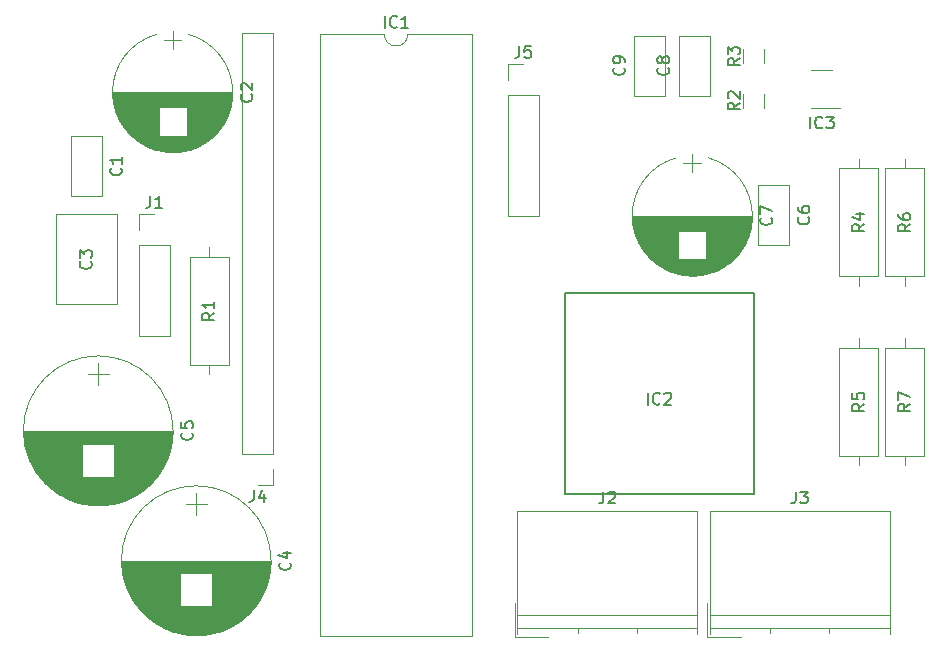
<source format=gto>
G04 #@! TF.FileFunction,Legend,Top*
%FSLAX46Y46*%
G04 Gerber Fmt 4.6, Leading zero omitted, Abs format (unit mm)*
G04 Created by KiCad (PCBNEW 4.0.7) date Wed Oct 25 19:06:34 2017*
%MOMM*%
%LPD*%
G01*
G04 APERTURE LIST*
%ADD10C,0.100000*%
%ADD11C,0.150000*%
%ADD12C,0.120000*%
G04 APERTURE END LIST*
D10*
D11*
X63940000Y-43130000D02*
X63940000Y-60130000D01*
X63940000Y-60130000D02*
X79940000Y-60130000D01*
X79940000Y-60130000D02*
X79940000Y-43130000D01*
X79940000Y-43130000D02*
X63940000Y-43130000D01*
D12*
X24760000Y-29840000D02*
X24760000Y-34960000D01*
X22140000Y-29840000D02*
X22140000Y-34960000D01*
X24760000Y-29840000D02*
X22140000Y-29840000D01*
X24760000Y-34960000D02*
X22140000Y-34960000D01*
X32133264Y-31048437D02*
G75*
G03X32130000Y-21250643I-1383264J4898437D01*
G01*
X29366736Y-31048437D02*
G75*
G02X29370000Y-21250643I1383264J4898437D01*
G01*
X29366736Y-31048437D02*
G75*
G03X32130000Y-31049357I1383264J4898437D01*
G01*
X35800000Y-26150000D02*
X25700000Y-26150000D01*
X35800000Y-26190000D02*
X25700000Y-26190000D01*
X35800000Y-26230000D02*
X25700000Y-26230000D01*
X35799000Y-26270000D02*
X25701000Y-26270000D01*
X35798000Y-26310000D02*
X25702000Y-26310000D01*
X35797000Y-26350000D02*
X25703000Y-26350000D01*
X35795000Y-26390000D02*
X25705000Y-26390000D01*
X35793000Y-26430000D02*
X25707000Y-26430000D01*
X35790000Y-26470000D02*
X25710000Y-26470000D01*
X35788000Y-26510000D02*
X25712000Y-26510000D01*
X35785000Y-26550000D02*
X25715000Y-26550000D01*
X35781000Y-26590000D02*
X25719000Y-26590000D01*
X35778000Y-26630000D02*
X25722000Y-26630000D01*
X35774000Y-26670000D02*
X25726000Y-26670000D01*
X35770000Y-26710000D02*
X25730000Y-26710000D01*
X35765000Y-26750000D02*
X25735000Y-26750000D01*
X35760000Y-26790000D02*
X25740000Y-26790000D01*
X35755000Y-26830000D02*
X25745000Y-26830000D01*
X35749000Y-26871000D02*
X25751000Y-26871000D01*
X35743000Y-26911000D02*
X25757000Y-26911000D01*
X35737000Y-26951000D02*
X25763000Y-26951000D01*
X35731000Y-26991000D02*
X25769000Y-26991000D01*
X35724000Y-27031000D02*
X25776000Y-27031000D01*
X35717000Y-27071000D02*
X25783000Y-27071000D01*
X35709000Y-27111000D02*
X25791000Y-27111000D01*
X35701000Y-27151000D02*
X25799000Y-27151000D01*
X35693000Y-27191000D02*
X25807000Y-27191000D01*
X35685000Y-27231000D02*
X25815000Y-27231000D01*
X35676000Y-27271000D02*
X25824000Y-27271000D01*
X35667000Y-27311000D02*
X25833000Y-27311000D01*
X35657000Y-27351000D02*
X25843000Y-27351000D01*
X35647000Y-27391000D02*
X25853000Y-27391000D01*
X35637000Y-27431000D02*
X25863000Y-27431000D01*
X35626000Y-27471000D02*
X31931000Y-27471000D01*
X29569000Y-27471000D02*
X25874000Y-27471000D01*
X35615000Y-27511000D02*
X31931000Y-27511000D01*
X29569000Y-27511000D02*
X25885000Y-27511000D01*
X35604000Y-27551000D02*
X31931000Y-27551000D01*
X29569000Y-27551000D02*
X25896000Y-27551000D01*
X35593000Y-27591000D02*
X31931000Y-27591000D01*
X29569000Y-27591000D02*
X25907000Y-27591000D01*
X35581000Y-27631000D02*
X31931000Y-27631000D01*
X29569000Y-27631000D02*
X25919000Y-27631000D01*
X35568000Y-27671000D02*
X31931000Y-27671000D01*
X29569000Y-27671000D02*
X25932000Y-27671000D01*
X35556000Y-27711000D02*
X31931000Y-27711000D01*
X29569000Y-27711000D02*
X25944000Y-27711000D01*
X35542000Y-27751000D02*
X31931000Y-27751000D01*
X29569000Y-27751000D02*
X25958000Y-27751000D01*
X35529000Y-27791000D02*
X31931000Y-27791000D01*
X29569000Y-27791000D02*
X25971000Y-27791000D01*
X35515000Y-27831000D02*
X31931000Y-27831000D01*
X29569000Y-27831000D02*
X25985000Y-27831000D01*
X35501000Y-27871000D02*
X31931000Y-27871000D01*
X29569000Y-27871000D02*
X25999000Y-27871000D01*
X35487000Y-27911000D02*
X31931000Y-27911000D01*
X29569000Y-27911000D02*
X26013000Y-27911000D01*
X35472000Y-27951000D02*
X31931000Y-27951000D01*
X29569000Y-27951000D02*
X26028000Y-27951000D01*
X35456000Y-27991000D02*
X31931000Y-27991000D01*
X29569000Y-27991000D02*
X26044000Y-27991000D01*
X35441000Y-28031000D02*
X31931000Y-28031000D01*
X29569000Y-28031000D02*
X26059000Y-28031000D01*
X35424000Y-28071000D02*
X31931000Y-28071000D01*
X29569000Y-28071000D02*
X26076000Y-28071000D01*
X35408000Y-28111000D02*
X31931000Y-28111000D01*
X29569000Y-28111000D02*
X26092000Y-28111000D01*
X35391000Y-28151000D02*
X31931000Y-28151000D01*
X29569000Y-28151000D02*
X26109000Y-28151000D01*
X35374000Y-28191000D02*
X31931000Y-28191000D01*
X29569000Y-28191000D02*
X26126000Y-28191000D01*
X35356000Y-28231000D02*
X31931000Y-28231000D01*
X29569000Y-28231000D02*
X26144000Y-28231000D01*
X35338000Y-28271000D02*
X31931000Y-28271000D01*
X29569000Y-28271000D02*
X26162000Y-28271000D01*
X35319000Y-28311000D02*
X31931000Y-28311000D01*
X29569000Y-28311000D02*
X26181000Y-28311000D01*
X35300000Y-28351000D02*
X31931000Y-28351000D01*
X29569000Y-28351000D02*
X26200000Y-28351000D01*
X35281000Y-28391000D02*
X31931000Y-28391000D01*
X29569000Y-28391000D02*
X26219000Y-28391000D01*
X35261000Y-28431000D02*
X31931000Y-28431000D01*
X29569000Y-28431000D02*
X26239000Y-28431000D01*
X35241000Y-28471000D02*
X31931000Y-28471000D01*
X29569000Y-28471000D02*
X26259000Y-28471000D01*
X35220000Y-28511000D02*
X31931000Y-28511000D01*
X29569000Y-28511000D02*
X26280000Y-28511000D01*
X35199000Y-28551000D02*
X31931000Y-28551000D01*
X29569000Y-28551000D02*
X26301000Y-28551000D01*
X35178000Y-28591000D02*
X31931000Y-28591000D01*
X29569000Y-28591000D02*
X26322000Y-28591000D01*
X35155000Y-28631000D02*
X31931000Y-28631000D01*
X29569000Y-28631000D02*
X26345000Y-28631000D01*
X35133000Y-28671000D02*
X31931000Y-28671000D01*
X29569000Y-28671000D02*
X26367000Y-28671000D01*
X35110000Y-28711000D02*
X31931000Y-28711000D01*
X29569000Y-28711000D02*
X26390000Y-28711000D01*
X35086000Y-28751000D02*
X31931000Y-28751000D01*
X29569000Y-28751000D02*
X26414000Y-28751000D01*
X35062000Y-28791000D02*
X31931000Y-28791000D01*
X29569000Y-28791000D02*
X26438000Y-28791000D01*
X35038000Y-28831000D02*
X31931000Y-28831000D01*
X29569000Y-28831000D02*
X26462000Y-28831000D01*
X35013000Y-28871000D02*
X31931000Y-28871000D01*
X29569000Y-28871000D02*
X26487000Y-28871000D01*
X34987000Y-28911000D02*
X31931000Y-28911000D01*
X29569000Y-28911000D02*
X26513000Y-28911000D01*
X34961000Y-28951000D02*
X31931000Y-28951000D01*
X29569000Y-28951000D02*
X26539000Y-28951000D01*
X34935000Y-28991000D02*
X31931000Y-28991000D01*
X29569000Y-28991000D02*
X26565000Y-28991000D01*
X34907000Y-29031000D02*
X31931000Y-29031000D01*
X29569000Y-29031000D02*
X26593000Y-29031000D01*
X34880000Y-29071000D02*
X31931000Y-29071000D01*
X29569000Y-29071000D02*
X26620000Y-29071000D01*
X34851000Y-29111000D02*
X31931000Y-29111000D01*
X29569000Y-29111000D02*
X26649000Y-29111000D01*
X34822000Y-29151000D02*
X31931000Y-29151000D01*
X29569000Y-29151000D02*
X26678000Y-29151000D01*
X34793000Y-29191000D02*
X31931000Y-29191000D01*
X29569000Y-29191000D02*
X26707000Y-29191000D01*
X34763000Y-29231000D02*
X31931000Y-29231000D01*
X29569000Y-29231000D02*
X26737000Y-29231000D01*
X34732000Y-29271000D02*
X31931000Y-29271000D01*
X29569000Y-29271000D02*
X26768000Y-29271000D01*
X34701000Y-29311000D02*
X31931000Y-29311000D01*
X29569000Y-29311000D02*
X26799000Y-29311000D01*
X34669000Y-29351000D02*
X31931000Y-29351000D01*
X29569000Y-29351000D02*
X26831000Y-29351000D01*
X34636000Y-29391000D02*
X31931000Y-29391000D01*
X29569000Y-29391000D02*
X26864000Y-29391000D01*
X34603000Y-29431000D02*
X31931000Y-29431000D01*
X29569000Y-29431000D02*
X26897000Y-29431000D01*
X34569000Y-29471000D02*
X31931000Y-29471000D01*
X29569000Y-29471000D02*
X26931000Y-29471000D01*
X34534000Y-29511000D02*
X31931000Y-29511000D01*
X29569000Y-29511000D02*
X26966000Y-29511000D01*
X34498000Y-29551000D02*
X31931000Y-29551000D01*
X29569000Y-29551000D02*
X27002000Y-29551000D01*
X34462000Y-29591000D02*
X31931000Y-29591000D01*
X29569000Y-29591000D02*
X27038000Y-29591000D01*
X34425000Y-29631000D02*
X31931000Y-29631000D01*
X29569000Y-29631000D02*
X27075000Y-29631000D01*
X34387000Y-29671000D02*
X31931000Y-29671000D01*
X29569000Y-29671000D02*
X27113000Y-29671000D01*
X34348000Y-29711000D02*
X31931000Y-29711000D01*
X29569000Y-29711000D02*
X27152000Y-29711000D01*
X34309000Y-29751000D02*
X31931000Y-29751000D01*
X29569000Y-29751000D02*
X27191000Y-29751000D01*
X34268000Y-29791000D02*
X31931000Y-29791000D01*
X29569000Y-29791000D02*
X27232000Y-29791000D01*
X34227000Y-29831000D02*
X27273000Y-29831000D01*
X34185000Y-29871000D02*
X27315000Y-29871000D01*
X34141000Y-29911000D02*
X27359000Y-29911000D01*
X34097000Y-29951000D02*
X27403000Y-29951000D01*
X34052000Y-29991000D02*
X27448000Y-29991000D01*
X34005000Y-30031000D02*
X27495000Y-30031000D01*
X33957000Y-30071000D02*
X27543000Y-30071000D01*
X33908000Y-30111000D02*
X27592000Y-30111000D01*
X33858000Y-30151000D02*
X27642000Y-30151000D01*
X33807000Y-30191000D02*
X27693000Y-30191000D01*
X33754000Y-30231000D02*
X27746000Y-30231000D01*
X33699000Y-30271000D02*
X27801000Y-30271000D01*
X33644000Y-30311000D02*
X27856000Y-30311000D01*
X33586000Y-30351000D02*
X27914000Y-30351000D01*
X33527000Y-30391000D02*
X27973000Y-30391000D01*
X33465000Y-30431000D02*
X28035000Y-30431000D01*
X33402000Y-30471000D02*
X28098000Y-30471000D01*
X33337000Y-30511000D02*
X28163000Y-30511000D01*
X33269000Y-30551000D02*
X28231000Y-30551000D01*
X33199000Y-30591000D02*
X28301000Y-30591000D01*
X33127000Y-30631000D02*
X28373000Y-30631000D01*
X33051000Y-30671000D02*
X28449000Y-30671000D01*
X32972000Y-30711000D02*
X28528000Y-30711000D01*
X32890000Y-30751000D02*
X28610000Y-30751000D01*
X32803000Y-30791000D02*
X28697000Y-30791000D01*
X32712000Y-30831000D02*
X28788000Y-30831000D01*
X32616000Y-30871000D02*
X28884000Y-30871000D01*
X32513000Y-30911000D02*
X28987000Y-30911000D01*
X32404000Y-30951000D02*
X29096000Y-30951000D01*
X32286000Y-30991000D02*
X29214000Y-30991000D01*
X32157000Y-31031000D02*
X29343000Y-31031000D01*
X32015000Y-31071000D02*
X29485000Y-31071000D01*
X31854000Y-31111000D02*
X29646000Y-31111000D01*
X31663000Y-31151000D02*
X29837000Y-31151000D01*
X31422000Y-31191000D02*
X30078000Y-31191000D01*
X31029000Y-31231000D02*
X30471000Y-31231000D01*
X30750000Y-20950000D02*
X30750000Y-22450000D01*
X31500000Y-21700000D02*
X30000000Y-21700000D01*
X26010000Y-36490000D02*
X26010000Y-44110000D01*
X20890000Y-36490000D02*
X20890000Y-44110000D01*
X26010000Y-36490000D02*
X20890000Y-36490000D01*
X26010000Y-44110000D02*
X20890000Y-44110000D01*
X39090000Y-65800000D02*
G75*
G03X39090000Y-65800000I-6340000J0D01*
G01*
X39050000Y-65800000D02*
X26450000Y-65800000D01*
X39050000Y-65840000D02*
X26450000Y-65840000D01*
X39050000Y-65880000D02*
X26450000Y-65880000D01*
X39049000Y-65920000D02*
X26451000Y-65920000D01*
X39048000Y-65960000D02*
X26452000Y-65960000D01*
X39047000Y-66000000D02*
X26453000Y-66000000D01*
X39046000Y-66040000D02*
X26454000Y-66040000D01*
X39044000Y-66080000D02*
X26456000Y-66080000D01*
X39042000Y-66120000D02*
X26458000Y-66120000D01*
X39040000Y-66160000D02*
X26460000Y-66160000D01*
X39038000Y-66200000D02*
X26462000Y-66200000D01*
X39035000Y-66240000D02*
X26465000Y-66240000D01*
X39032000Y-66280000D02*
X26468000Y-66280000D01*
X39029000Y-66320000D02*
X26471000Y-66320000D01*
X39026000Y-66360000D02*
X26474000Y-66360000D01*
X39022000Y-66400000D02*
X26478000Y-66400000D01*
X39018000Y-66440000D02*
X26482000Y-66440000D01*
X39014000Y-66480000D02*
X26486000Y-66480000D01*
X39009000Y-66521000D02*
X26491000Y-66521000D01*
X39005000Y-66561000D02*
X26495000Y-66561000D01*
X39000000Y-66601000D02*
X26500000Y-66601000D01*
X38995000Y-66641000D02*
X26505000Y-66641000D01*
X38989000Y-66681000D02*
X26511000Y-66681000D01*
X38983000Y-66721000D02*
X26517000Y-66721000D01*
X38977000Y-66761000D02*
X26523000Y-66761000D01*
X38971000Y-66801000D02*
X26529000Y-66801000D01*
X38965000Y-66841000D02*
X26535000Y-66841000D01*
X38958000Y-66881000D02*
X26542000Y-66881000D01*
X38951000Y-66921000D02*
X34130000Y-66921000D01*
X31370000Y-66921000D02*
X26549000Y-66921000D01*
X38943000Y-66961000D02*
X34130000Y-66961000D01*
X31370000Y-66961000D02*
X26557000Y-66961000D01*
X38936000Y-67001000D02*
X34130000Y-67001000D01*
X31370000Y-67001000D02*
X26564000Y-67001000D01*
X38928000Y-67041000D02*
X34130000Y-67041000D01*
X31370000Y-67041000D02*
X26572000Y-67041000D01*
X38920000Y-67081000D02*
X34130000Y-67081000D01*
X31370000Y-67081000D02*
X26580000Y-67081000D01*
X38912000Y-67121000D02*
X34130000Y-67121000D01*
X31370000Y-67121000D02*
X26588000Y-67121000D01*
X38903000Y-67161000D02*
X34130000Y-67161000D01*
X31370000Y-67161000D02*
X26597000Y-67161000D01*
X38894000Y-67201000D02*
X34130000Y-67201000D01*
X31370000Y-67201000D02*
X26606000Y-67201000D01*
X38885000Y-67241000D02*
X34130000Y-67241000D01*
X31370000Y-67241000D02*
X26615000Y-67241000D01*
X38875000Y-67281000D02*
X34130000Y-67281000D01*
X31370000Y-67281000D02*
X26625000Y-67281000D01*
X38866000Y-67321000D02*
X34130000Y-67321000D01*
X31370000Y-67321000D02*
X26634000Y-67321000D01*
X38856000Y-67361000D02*
X34130000Y-67361000D01*
X31370000Y-67361000D02*
X26644000Y-67361000D01*
X38845000Y-67401000D02*
X34130000Y-67401000D01*
X31370000Y-67401000D02*
X26655000Y-67401000D01*
X38835000Y-67441000D02*
X34130000Y-67441000D01*
X31370000Y-67441000D02*
X26665000Y-67441000D01*
X38824000Y-67481000D02*
X34130000Y-67481000D01*
X31370000Y-67481000D02*
X26676000Y-67481000D01*
X38813000Y-67521000D02*
X34130000Y-67521000D01*
X31370000Y-67521000D02*
X26687000Y-67521000D01*
X38801000Y-67561000D02*
X34130000Y-67561000D01*
X31370000Y-67561000D02*
X26699000Y-67561000D01*
X38790000Y-67601000D02*
X34130000Y-67601000D01*
X31370000Y-67601000D02*
X26710000Y-67601000D01*
X38778000Y-67641000D02*
X34130000Y-67641000D01*
X31370000Y-67641000D02*
X26722000Y-67641000D01*
X38765000Y-67681000D02*
X34130000Y-67681000D01*
X31370000Y-67681000D02*
X26735000Y-67681000D01*
X38753000Y-67721000D02*
X34130000Y-67721000D01*
X31370000Y-67721000D02*
X26747000Y-67721000D01*
X38740000Y-67761000D02*
X34130000Y-67761000D01*
X31370000Y-67761000D02*
X26760000Y-67761000D01*
X38727000Y-67801000D02*
X34130000Y-67801000D01*
X31370000Y-67801000D02*
X26773000Y-67801000D01*
X38713000Y-67841000D02*
X34130000Y-67841000D01*
X31370000Y-67841000D02*
X26787000Y-67841000D01*
X38700000Y-67881000D02*
X34130000Y-67881000D01*
X31370000Y-67881000D02*
X26800000Y-67881000D01*
X38686000Y-67921000D02*
X34130000Y-67921000D01*
X31370000Y-67921000D02*
X26814000Y-67921000D01*
X38671000Y-67961000D02*
X34130000Y-67961000D01*
X31370000Y-67961000D02*
X26829000Y-67961000D01*
X38657000Y-68001000D02*
X34130000Y-68001000D01*
X31370000Y-68001000D02*
X26843000Y-68001000D01*
X38642000Y-68041000D02*
X34130000Y-68041000D01*
X31370000Y-68041000D02*
X26858000Y-68041000D01*
X38626000Y-68081000D02*
X34130000Y-68081000D01*
X31370000Y-68081000D02*
X26874000Y-68081000D01*
X38611000Y-68121000D02*
X34130000Y-68121000D01*
X31370000Y-68121000D02*
X26889000Y-68121000D01*
X38595000Y-68161000D02*
X34130000Y-68161000D01*
X31370000Y-68161000D02*
X26905000Y-68161000D01*
X38579000Y-68201000D02*
X34130000Y-68201000D01*
X31370000Y-68201000D02*
X26921000Y-68201000D01*
X38562000Y-68241000D02*
X34130000Y-68241000D01*
X31370000Y-68241000D02*
X26938000Y-68241000D01*
X38545000Y-68281000D02*
X34130000Y-68281000D01*
X31370000Y-68281000D02*
X26955000Y-68281000D01*
X38528000Y-68321000D02*
X34130000Y-68321000D01*
X31370000Y-68321000D02*
X26972000Y-68321000D01*
X38511000Y-68361000D02*
X34130000Y-68361000D01*
X31370000Y-68361000D02*
X26989000Y-68361000D01*
X38493000Y-68401000D02*
X34130000Y-68401000D01*
X31370000Y-68401000D02*
X27007000Y-68401000D01*
X38475000Y-68441000D02*
X34130000Y-68441000D01*
X31370000Y-68441000D02*
X27025000Y-68441000D01*
X38456000Y-68481000D02*
X34130000Y-68481000D01*
X31370000Y-68481000D02*
X27044000Y-68481000D01*
X38437000Y-68521000D02*
X34130000Y-68521000D01*
X31370000Y-68521000D02*
X27063000Y-68521000D01*
X38418000Y-68561000D02*
X34130000Y-68561000D01*
X31370000Y-68561000D02*
X27082000Y-68561000D01*
X38399000Y-68601000D02*
X34130000Y-68601000D01*
X31370000Y-68601000D02*
X27101000Y-68601000D01*
X38379000Y-68641000D02*
X34130000Y-68641000D01*
X31370000Y-68641000D02*
X27121000Y-68641000D01*
X38359000Y-68681000D02*
X34130000Y-68681000D01*
X31370000Y-68681000D02*
X27141000Y-68681000D01*
X38338000Y-68721000D02*
X34130000Y-68721000D01*
X31370000Y-68721000D02*
X27162000Y-68721000D01*
X38317000Y-68761000D02*
X34130000Y-68761000D01*
X31370000Y-68761000D02*
X27183000Y-68761000D01*
X38296000Y-68801000D02*
X34130000Y-68801000D01*
X31370000Y-68801000D02*
X27204000Y-68801000D01*
X38274000Y-68841000D02*
X34130000Y-68841000D01*
X31370000Y-68841000D02*
X27226000Y-68841000D01*
X38252000Y-68881000D02*
X34130000Y-68881000D01*
X31370000Y-68881000D02*
X27248000Y-68881000D01*
X38230000Y-68921000D02*
X34130000Y-68921000D01*
X31370000Y-68921000D02*
X27270000Y-68921000D01*
X38207000Y-68961000D02*
X34130000Y-68961000D01*
X31370000Y-68961000D02*
X27293000Y-68961000D01*
X38184000Y-69001000D02*
X34130000Y-69001000D01*
X31370000Y-69001000D02*
X27316000Y-69001000D01*
X38160000Y-69041000D02*
X34130000Y-69041000D01*
X31370000Y-69041000D02*
X27340000Y-69041000D01*
X38136000Y-69081000D02*
X34130000Y-69081000D01*
X31370000Y-69081000D02*
X27364000Y-69081000D01*
X38112000Y-69121000D02*
X34130000Y-69121000D01*
X31370000Y-69121000D02*
X27388000Y-69121000D01*
X38087000Y-69161000D02*
X34130000Y-69161000D01*
X31370000Y-69161000D02*
X27413000Y-69161000D01*
X38062000Y-69201000D02*
X34130000Y-69201000D01*
X31370000Y-69201000D02*
X27438000Y-69201000D01*
X38036000Y-69241000D02*
X34130000Y-69241000D01*
X31370000Y-69241000D02*
X27464000Y-69241000D01*
X38010000Y-69281000D02*
X34130000Y-69281000D01*
X31370000Y-69281000D02*
X27490000Y-69281000D01*
X37984000Y-69321000D02*
X34130000Y-69321000D01*
X31370000Y-69321000D02*
X27516000Y-69321000D01*
X37957000Y-69361000D02*
X34130000Y-69361000D01*
X31370000Y-69361000D02*
X27543000Y-69361000D01*
X37929000Y-69401000D02*
X34130000Y-69401000D01*
X31370000Y-69401000D02*
X27571000Y-69401000D01*
X37901000Y-69441000D02*
X34130000Y-69441000D01*
X31370000Y-69441000D02*
X27599000Y-69441000D01*
X37873000Y-69481000D02*
X34130000Y-69481000D01*
X31370000Y-69481000D02*
X27627000Y-69481000D01*
X37844000Y-69521000D02*
X34130000Y-69521000D01*
X31370000Y-69521000D02*
X27656000Y-69521000D01*
X37815000Y-69561000D02*
X34130000Y-69561000D01*
X31370000Y-69561000D02*
X27685000Y-69561000D01*
X37785000Y-69601000D02*
X34130000Y-69601000D01*
X31370000Y-69601000D02*
X27715000Y-69601000D01*
X37755000Y-69641000D02*
X34130000Y-69641000D01*
X31370000Y-69641000D02*
X27745000Y-69641000D01*
X37725000Y-69681000D02*
X27775000Y-69681000D01*
X37693000Y-69721000D02*
X27807000Y-69721000D01*
X37662000Y-69761000D02*
X27838000Y-69761000D01*
X37629000Y-69801000D02*
X27871000Y-69801000D01*
X37597000Y-69841000D02*
X27903000Y-69841000D01*
X37563000Y-69881000D02*
X27937000Y-69881000D01*
X37529000Y-69921000D02*
X27971000Y-69921000D01*
X37495000Y-69961000D02*
X28005000Y-69961000D01*
X37460000Y-70001000D02*
X28040000Y-70001000D01*
X37424000Y-70041000D02*
X28076000Y-70041000D01*
X37388000Y-70081000D02*
X28112000Y-70081000D01*
X37351000Y-70121000D02*
X28149000Y-70121000D01*
X37313000Y-70161000D02*
X28187000Y-70161000D01*
X37275000Y-70201000D02*
X28225000Y-70201000D01*
X37236000Y-70241000D02*
X28264000Y-70241000D01*
X37197000Y-70281000D02*
X28303000Y-70281000D01*
X37156000Y-70321000D02*
X28344000Y-70321000D01*
X37115000Y-70361000D02*
X28385000Y-70361000D01*
X37073000Y-70401000D02*
X28427000Y-70401000D01*
X37031000Y-70441000D02*
X28469000Y-70441000D01*
X36988000Y-70481000D02*
X28512000Y-70481000D01*
X36943000Y-70521000D02*
X28557000Y-70521000D01*
X36898000Y-70561000D02*
X28602000Y-70561000D01*
X36852000Y-70601000D02*
X28648000Y-70601000D01*
X36806000Y-70641000D02*
X28694000Y-70641000D01*
X36758000Y-70681000D02*
X28742000Y-70681000D01*
X36709000Y-70721000D02*
X28791000Y-70721000D01*
X36659000Y-70761000D02*
X28841000Y-70761000D01*
X36609000Y-70801000D02*
X28891000Y-70801000D01*
X36557000Y-70841000D02*
X28943000Y-70841000D01*
X36504000Y-70881000D02*
X28996000Y-70881000D01*
X36450000Y-70921000D02*
X29050000Y-70921000D01*
X36394000Y-70961000D02*
X29106000Y-70961000D01*
X36338000Y-71001000D02*
X29162000Y-71001000D01*
X36280000Y-71041000D02*
X29220000Y-71041000D01*
X36220000Y-71081000D02*
X29280000Y-71081000D01*
X36159000Y-71121000D02*
X29341000Y-71121000D01*
X36097000Y-71161000D02*
X29403000Y-71161000D01*
X36032000Y-71201000D02*
X29468000Y-71201000D01*
X35967000Y-71241000D02*
X29533000Y-71241000D01*
X35899000Y-71281000D02*
X29601000Y-71281000D01*
X35829000Y-71321000D02*
X29671000Y-71321000D01*
X35757000Y-71361000D02*
X29743000Y-71361000D01*
X35683000Y-71401000D02*
X29817000Y-71401000D01*
X35606000Y-71441000D02*
X29894000Y-71441000D01*
X35527000Y-71481000D02*
X29973000Y-71481000D01*
X35445000Y-71521000D02*
X30055000Y-71521000D01*
X35360000Y-71561000D02*
X30140000Y-71561000D01*
X35271000Y-71601000D02*
X30229000Y-71601000D01*
X35178000Y-71641000D02*
X30322000Y-71641000D01*
X35081000Y-71681000D02*
X30419000Y-71681000D01*
X34980000Y-71721000D02*
X30520000Y-71721000D01*
X34872000Y-71761000D02*
X30628000Y-71761000D01*
X34759000Y-71801000D02*
X30741000Y-71801000D01*
X34638000Y-71841000D02*
X30862000Y-71841000D01*
X34507000Y-71881000D02*
X30993000Y-71881000D01*
X34366000Y-71921000D02*
X31134000Y-71921000D01*
X34210000Y-71961000D02*
X31290000Y-71961000D01*
X34035000Y-72001000D02*
X31465000Y-72001000D01*
X33832000Y-72041000D02*
X31668000Y-72041000D01*
X33581000Y-72081000D02*
X31919000Y-72081000D01*
X33214000Y-72121000D02*
X32286000Y-72121000D01*
X32750000Y-60100000D02*
X32750000Y-61900000D01*
X33650000Y-61000000D02*
X31850000Y-61000000D01*
X30790000Y-54800000D02*
G75*
G03X30790000Y-54800000I-6340000J0D01*
G01*
X30750000Y-54800000D02*
X18150000Y-54800000D01*
X30750000Y-54840000D02*
X18150000Y-54840000D01*
X30750000Y-54880000D02*
X18150000Y-54880000D01*
X30749000Y-54920000D02*
X18151000Y-54920000D01*
X30748000Y-54960000D02*
X18152000Y-54960000D01*
X30747000Y-55000000D02*
X18153000Y-55000000D01*
X30746000Y-55040000D02*
X18154000Y-55040000D01*
X30744000Y-55080000D02*
X18156000Y-55080000D01*
X30742000Y-55120000D02*
X18158000Y-55120000D01*
X30740000Y-55160000D02*
X18160000Y-55160000D01*
X30738000Y-55200000D02*
X18162000Y-55200000D01*
X30735000Y-55240000D02*
X18165000Y-55240000D01*
X30732000Y-55280000D02*
X18168000Y-55280000D01*
X30729000Y-55320000D02*
X18171000Y-55320000D01*
X30726000Y-55360000D02*
X18174000Y-55360000D01*
X30722000Y-55400000D02*
X18178000Y-55400000D01*
X30718000Y-55440000D02*
X18182000Y-55440000D01*
X30714000Y-55480000D02*
X18186000Y-55480000D01*
X30709000Y-55521000D02*
X18191000Y-55521000D01*
X30705000Y-55561000D02*
X18195000Y-55561000D01*
X30700000Y-55601000D02*
X18200000Y-55601000D01*
X30695000Y-55641000D02*
X18205000Y-55641000D01*
X30689000Y-55681000D02*
X18211000Y-55681000D01*
X30683000Y-55721000D02*
X18217000Y-55721000D01*
X30677000Y-55761000D02*
X18223000Y-55761000D01*
X30671000Y-55801000D02*
X18229000Y-55801000D01*
X30665000Y-55841000D02*
X18235000Y-55841000D01*
X30658000Y-55881000D02*
X18242000Y-55881000D01*
X30651000Y-55921000D02*
X25830000Y-55921000D01*
X23070000Y-55921000D02*
X18249000Y-55921000D01*
X30643000Y-55961000D02*
X25830000Y-55961000D01*
X23070000Y-55961000D02*
X18257000Y-55961000D01*
X30636000Y-56001000D02*
X25830000Y-56001000D01*
X23070000Y-56001000D02*
X18264000Y-56001000D01*
X30628000Y-56041000D02*
X25830000Y-56041000D01*
X23070000Y-56041000D02*
X18272000Y-56041000D01*
X30620000Y-56081000D02*
X25830000Y-56081000D01*
X23070000Y-56081000D02*
X18280000Y-56081000D01*
X30612000Y-56121000D02*
X25830000Y-56121000D01*
X23070000Y-56121000D02*
X18288000Y-56121000D01*
X30603000Y-56161000D02*
X25830000Y-56161000D01*
X23070000Y-56161000D02*
X18297000Y-56161000D01*
X30594000Y-56201000D02*
X25830000Y-56201000D01*
X23070000Y-56201000D02*
X18306000Y-56201000D01*
X30585000Y-56241000D02*
X25830000Y-56241000D01*
X23070000Y-56241000D02*
X18315000Y-56241000D01*
X30575000Y-56281000D02*
X25830000Y-56281000D01*
X23070000Y-56281000D02*
X18325000Y-56281000D01*
X30566000Y-56321000D02*
X25830000Y-56321000D01*
X23070000Y-56321000D02*
X18334000Y-56321000D01*
X30556000Y-56361000D02*
X25830000Y-56361000D01*
X23070000Y-56361000D02*
X18344000Y-56361000D01*
X30545000Y-56401000D02*
X25830000Y-56401000D01*
X23070000Y-56401000D02*
X18355000Y-56401000D01*
X30535000Y-56441000D02*
X25830000Y-56441000D01*
X23070000Y-56441000D02*
X18365000Y-56441000D01*
X30524000Y-56481000D02*
X25830000Y-56481000D01*
X23070000Y-56481000D02*
X18376000Y-56481000D01*
X30513000Y-56521000D02*
X25830000Y-56521000D01*
X23070000Y-56521000D02*
X18387000Y-56521000D01*
X30501000Y-56561000D02*
X25830000Y-56561000D01*
X23070000Y-56561000D02*
X18399000Y-56561000D01*
X30490000Y-56601000D02*
X25830000Y-56601000D01*
X23070000Y-56601000D02*
X18410000Y-56601000D01*
X30478000Y-56641000D02*
X25830000Y-56641000D01*
X23070000Y-56641000D02*
X18422000Y-56641000D01*
X30465000Y-56681000D02*
X25830000Y-56681000D01*
X23070000Y-56681000D02*
X18435000Y-56681000D01*
X30453000Y-56721000D02*
X25830000Y-56721000D01*
X23070000Y-56721000D02*
X18447000Y-56721000D01*
X30440000Y-56761000D02*
X25830000Y-56761000D01*
X23070000Y-56761000D02*
X18460000Y-56761000D01*
X30427000Y-56801000D02*
X25830000Y-56801000D01*
X23070000Y-56801000D02*
X18473000Y-56801000D01*
X30413000Y-56841000D02*
X25830000Y-56841000D01*
X23070000Y-56841000D02*
X18487000Y-56841000D01*
X30400000Y-56881000D02*
X25830000Y-56881000D01*
X23070000Y-56881000D02*
X18500000Y-56881000D01*
X30386000Y-56921000D02*
X25830000Y-56921000D01*
X23070000Y-56921000D02*
X18514000Y-56921000D01*
X30371000Y-56961000D02*
X25830000Y-56961000D01*
X23070000Y-56961000D02*
X18529000Y-56961000D01*
X30357000Y-57001000D02*
X25830000Y-57001000D01*
X23070000Y-57001000D02*
X18543000Y-57001000D01*
X30342000Y-57041000D02*
X25830000Y-57041000D01*
X23070000Y-57041000D02*
X18558000Y-57041000D01*
X30326000Y-57081000D02*
X25830000Y-57081000D01*
X23070000Y-57081000D02*
X18574000Y-57081000D01*
X30311000Y-57121000D02*
X25830000Y-57121000D01*
X23070000Y-57121000D02*
X18589000Y-57121000D01*
X30295000Y-57161000D02*
X25830000Y-57161000D01*
X23070000Y-57161000D02*
X18605000Y-57161000D01*
X30279000Y-57201000D02*
X25830000Y-57201000D01*
X23070000Y-57201000D02*
X18621000Y-57201000D01*
X30262000Y-57241000D02*
X25830000Y-57241000D01*
X23070000Y-57241000D02*
X18638000Y-57241000D01*
X30245000Y-57281000D02*
X25830000Y-57281000D01*
X23070000Y-57281000D02*
X18655000Y-57281000D01*
X30228000Y-57321000D02*
X25830000Y-57321000D01*
X23070000Y-57321000D02*
X18672000Y-57321000D01*
X30211000Y-57361000D02*
X25830000Y-57361000D01*
X23070000Y-57361000D02*
X18689000Y-57361000D01*
X30193000Y-57401000D02*
X25830000Y-57401000D01*
X23070000Y-57401000D02*
X18707000Y-57401000D01*
X30175000Y-57441000D02*
X25830000Y-57441000D01*
X23070000Y-57441000D02*
X18725000Y-57441000D01*
X30156000Y-57481000D02*
X25830000Y-57481000D01*
X23070000Y-57481000D02*
X18744000Y-57481000D01*
X30137000Y-57521000D02*
X25830000Y-57521000D01*
X23070000Y-57521000D02*
X18763000Y-57521000D01*
X30118000Y-57561000D02*
X25830000Y-57561000D01*
X23070000Y-57561000D02*
X18782000Y-57561000D01*
X30099000Y-57601000D02*
X25830000Y-57601000D01*
X23070000Y-57601000D02*
X18801000Y-57601000D01*
X30079000Y-57641000D02*
X25830000Y-57641000D01*
X23070000Y-57641000D02*
X18821000Y-57641000D01*
X30059000Y-57681000D02*
X25830000Y-57681000D01*
X23070000Y-57681000D02*
X18841000Y-57681000D01*
X30038000Y-57721000D02*
X25830000Y-57721000D01*
X23070000Y-57721000D02*
X18862000Y-57721000D01*
X30017000Y-57761000D02*
X25830000Y-57761000D01*
X23070000Y-57761000D02*
X18883000Y-57761000D01*
X29996000Y-57801000D02*
X25830000Y-57801000D01*
X23070000Y-57801000D02*
X18904000Y-57801000D01*
X29974000Y-57841000D02*
X25830000Y-57841000D01*
X23070000Y-57841000D02*
X18926000Y-57841000D01*
X29952000Y-57881000D02*
X25830000Y-57881000D01*
X23070000Y-57881000D02*
X18948000Y-57881000D01*
X29930000Y-57921000D02*
X25830000Y-57921000D01*
X23070000Y-57921000D02*
X18970000Y-57921000D01*
X29907000Y-57961000D02*
X25830000Y-57961000D01*
X23070000Y-57961000D02*
X18993000Y-57961000D01*
X29884000Y-58001000D02*
X25830000Y-58001000D01*
X23070000Y-58001000D02*
X19016000Y-58001000D01*
X29860000Y-58041000D02*
X25830000Y-58041000D01*
X23070000Y-58041000D02*
X19040000Y-58041000D01*
X29836000Y-58081000D02*
X25830000Y-58081000D01*
X23070000Y-58081000D02*
X19064000Y-58081000D01*
X29812000Y-58121000D02*
X25830000Y-58121000D01*
X23070000Y-58121000D02*
X19088000Y-58121000D01*
X29787000Y-58161000D02*
X25830000Y-58161000D01*
X23070000Y-58161000D02*
X19113000Y-58161000D01*
X29762000Y-58201000D02*
X25830000Y-58201000D01*
X23070000Y-58201000D02*
X19138000Y-58201000D01*
X29736000Y-58241000D02*
X25830000Y-58241000D01*
X23070000Y-58241000D02*
X19164000Y-58241000D01*
X29710000Y-58281000D02*
X25830000Y-58281000D01*
X23070000Y-58281000D02*
X19190000Y-58281000D01*
X29684000Y-58321000D02*
X25830000Y-58321000D01*
X23070000Y-58321000D02*
X19216000Y-58321000D01*
X29657000Y-58361000D02*
X25830000Y-58361000D01*
X23070000Y-58361000D02*
X19243000Y-58361000D01*
X29629000Y-58401000D02*
X25830000Y-58401000D01*
X23070000Y-58401000D02*
X19271000Y-58401000D01*
X29601000Y-58441000D02*
X25830000Y-58441000D01*
X23070000Y-58441000D02*
X19299000Y-58441000D01*
X29573000Y-58481000D02*
X25830000Y-58481000D01*
X23070000Y-58481000D02*
X19327000Y-58481000D01*
X29544000Y-58521000D02*
X25830000Y-58521000D01*
X23070000Y-58521000D02*
X19356000Y-58521000D01*
X29515000Y-58561000D02*
X25830000Y-58561000D01*
X23070000Y-58561000D02*
X19385000Y-58561000D01*
X29485000Y-58601000D02*
X25830000Y-58601000D01*
X23070000Y-58601000D02*
X19415000Y-58601000D01*
X29455000Y-58641000D02*
X25830000Y-58641000D01*
X23070000Y-58641000D02*
X19445000Y-58641000D01*
X29425000Y-58681000D02*
X19475000Y-58681000D01*
X29393000Y-58721000D02*
X19507000Y-58721000D01*
X29362000Y-58761000D02*
X19538000Y-58761000D01*
X29329000Y-58801000D02*
X19571000Y-58801000D01*
X29297000Y-58841000D02*
X19603000Y-58841000D01*
X29263000Y-58881000D02*
X19637000Y-58881000D01*
X29229000Y-58921000D02*
X19671000Y-58921000D01*
X29195000Y-58961000D02*
X19705000Y-58961000D01*
X29160000Y-59001000D02*
X19740000Y-59001000D01*
X29124000Y-59041000D02*
X19776000Y-59041000D01*
X29088000Y-59081000D02*
X19812000Y-59081000D01*
X29051000Y-59121000D02*
X19849000Y-59121000D01*
X29013000Y-59161000D02*
X19887000Y-59161000D01*
X28975000Y-59201000D02*
X19925000Y-59201000D01*
X28936000Y-59241000D02*
X19964000Y-59241000D01*
X28897000Y-59281000D02*
X20003000Y-59281000D01*
X28856000Y-59321000D02*
X20044000Y-59321000D01*
X28815000Y-59361000D02*
X20085000Y-59361000D01*
X28773000Y-59401000D02*
X20127000Y-59401000D01*
X28731000Y-59441000D02*
X20169000Y-59441000D01*
X28688000Y-59481000D02*
X20212000Y-59481000D01*
X28643000Y-59521000D02*
X20257000Y-59521000D01*
X28598000Y-59561000D02*
X20302000Y-59561000D01*
X28552000Y-59601000D02*
X20348000Y-59601000D01*
X28506000Y-59641000D02*
X20394000Y-59641000D01*
X28458000Y-59681000D02*
X20442000Y-59681000D01*
X28409000Y-59721000D02*
X20491000Y-59721000D01*
X28359000Y-59761000D02*
X20541000Y-59761000D01*
X28309000Y-59801000D02*
X20591000Y-59801000D01*
X28257000Y-59841000D02*
X20643000Y-59841000D01*
X28204000Y-59881000D02*
X20696000Y-59881000D01*
X28150000Y-59921000D02*
X20750000Y-59921000D01*
X28094000Y-59961000D02*
X20806000Y-59961000D01*
X28038000Y-60001000D02*
X20862000Y-60001000D01*
X27980000Y-60041000D02*
X20920000Y-60041000D01*
X27920000Y-60081000D02*
X20980000Y-60081000D01*
X27859000Y-60121000D02*
X21041000Y-60121000D01*
X27797000Y-60161000D02*
X21103000Y-60161000D01*
X27732000Y-60201000D02*
X21168000Y-60201000D01*
X27667000Y-60241000D02*
X21233000Y-60241000D01*
X27599000Y-60281000D02*
X21301000Y-60281000D01*
X27529000Y-60321000D02*
X21371000Y-60321000D01*
X27457000Y-60361000D02*
X21443000Y-60361000D01*
X27383000Y-60401000D02*
X21517000Y-60401000D01*
X27306000Y-60441000D02*
X21594000Y-60441000D01*
X27227000Y-60481000D02*
X21673000Y-60481000D01*
X27145000Y-60521000D02*
X21755000Y-60521000D01*
X27060000Y-60561000D02*
X21840000Y-60561000D01*
X26971000Y-60601000D02*
X21929000Y-60601000D01*
X26878000Y-60641000D02*
X22022000Y-60641000D01*
X26781000Y-60681000D02*
X22119000Y-60681000D01*
X26680000Y-60721000D02*
X22220000Y-60721000D01*
X26572000Y-60761000D02*
X22328000Y-60761000D01*
X26459000Y-60801000D02*
X22441000Y-60801000D01*
X26338000Y-60841000D02*
X22562000Y-60841000D01*
X26207000Y-60881000D02*
X22693000Y-60881000D01*
X26066000Y-60921000D02*
X22834000Y-60921000D01*
X25910000Y-60961000D02*
X22990000Y-60961000D01*
X25735000Y-61001000D02*
X23165000Y-61001000D01*
X25532000Y-61041000D02*
X23368000Y-61041000D01*
X25281000Y-61081000D02*
X23619000Y-61081000D01*
X24914000Y-61121000D02*
X23986000Y-61121000D01*
X24450000Y-49100000D02*
X24450000Y-50900000D01*
X25350000Y-50000000D02*
X23550000Y-50000000D01*
X82960000Y-33990000D02*
X82960000Y-39110000D01*
X80340000Y-33990000D02*
X80340000Y-39110000D01*
X82960000Y-33990000D02*
X80340000Y-33990000D01*
X82960000Y-39110000D02*
X80340000Y-39110000D01*
X76133264Y-41498437D02*
G75*
G03X76130000Y-31700643I-1383264J4898437D01*
G01*
X73366736Y-41498437D02*
G75*
G02X73370000Y-31700643I1383264J4898437D01*
G01*
X73366736Y-41498437D02*
G75*
G03X76130000Y-41499357I1383264J4898437D01*
G01*
X79800000Y-36600000D02*
X69700000Y-36600000D01*
X79800000Y-36640000D02*
X69700000Y-36640000D01*
X79800000Y-36680000D02*
X69700000Y-36680000D01*
X79799000Y-36720000D02*
X69701000Y-36720000D01*
X79798000Y-36760000D02*
X69702000Y-36760000D01*
X79797000Y-36800000D02*
X69703000Y-36800000D01*
X79795000Y-36840000D02*
X69705000Y-36840000D01*
X79793000Y-36880000D02*
X69707000Y-36880000D01*
X79790000Y-36920000D02*
X69710000Y-36920000D01*
X79788000Y-36960000D02*
X69712000Y-36960000D01*
X79785000Y-37000000D02*
X69715000Y-37000000D01*
X79781000Y-37040000D02*
X69719000Y-37040000D01*
X79778000Y-37080000D02*
X69722000Y-37080000D01*
X79774000Y-37120000D02*
X69726000Y-37120000D01*
X79770000Y-37160000D02*
X69730000Y-37160000D01*
X79765000Y-37200000D02*
X69735000Y-37200000D01*
X79760000Y-37240000D02*
X69740000Y-37240000D01*
X79755000Y-37280000D02*
X69745000Y-37280000D01*
X79749000Y-37321000D02*
X69751000Y-37321000D01*
X79743000Y-37361000D02*
X69757000Y-37361000D01*
X79737000Y-37401000D02*
X69763000Y-37401000D01*
X79731000Y-37441000D02*
X69769000Y-37441000D01*
X79724000Y-37481000D02*
X69776000Y-37481000D01*
X79717000Y-37521000D02*
X69783000Y-37521000D01*
X79709000Y-37561000D02*
X69791000Y-37561000D01*
X79701000Y-37601000D02*
X69799000Y-37601000D01*
X79693000Y-37641000D02*
X69807000Y-37641000D01*
X79685000Y-37681000D02*
X69815000Y-37681000D01*
X79676000Y-37721000D02*
X69824000Y-37721000D01*
X79667000Y-37761000D02*
X69833000Y-37761000D01*
X79657000Y-37801000D02*
X69843000Y-37801000D01*
X79647000Y-37841000D02*
X69853000Y-37841000D01*
X79637000Y-37881000D02*
X69863000Y-37881000D01*
X79626000Y-37921000D02*
X75931000Y-37921000D01*
X73569000Y-37921000D02*
X69874000Y-37921000D01*
X79615000Y-37961000D02*
X75931000Y-37961000D01*
X73569000Y-37961000D02*
X69885000Y-37961000D01*
X79604000Y-38001000D02*
X75931000Y-38001000D01*
X73569000Y-38001000D02*
X69896000Y-38001000D01*
X79593000Y-38041000D02*
X75931000Y-38041000D01*
X73569000Y-38041000D02*
X69907000Y-38041000D01*
X79581000Y-38081000D02*
X75931000Y-38081000D01*
X73569000Y-38081000D02*
X69919000Y-38081000D01*
X79568000Y-38121000D02*
X75931000Y-38121000D01*
X73569000Y-38121000D02*
X69932000Y-38121000D01*
X79556000Y-38161000D02*
X75931000Y-38161000D01*
X73569000Y-38161000D02*
X69944000Y-38161000D01*
X79542000Y-38201000D02*
X75931000Y-38201000D01*
X73569000Y-38201000D02*
X69958000Y-38201000D01*
X79529000Y-38241000D02*
X75931000Y-38241000D01*
X73569000Y-38241000D02*
X69971000Y-38241000D01*
X79515000Y-38281000D02*
X75931000Y-38281000D01*
X73569000Y-38281000D02*
X69985000Y-38281000D01*
X79501000Y-38321000D02*
X75931000Y-38321000D01*
X73569000Y-38321000D02*
X69999000Y-38321000D01*
X79487000Y-38361000D02*
X75931000Y-38361000D01*
X73569000Y-38361000D02*
X70013000Y-38361000D01*
X79472000Y-38401000D02*
X75931000Y-38401000D01*
X73569000Y-38401000D02*
X70028000Y-38401000D01*
X79456000Y-38441000D02*
X75931000Y-38441000D01*
X73569000Y-38441000D02*
X70044000Y-38441000D01*
X79441000Y-38481000D02*
X75931000Y-38481000D01*
X73569000Y-38481000D02*
X70059000Y-38481000D01*
X79424000Y-38521000D02*
X75931000Y-38521000D01*
X73569000Y-38521000D02*
X70076000Y-38521000D01*
X79408000Y-38561000D02*
X75931000Y-38561000D01*
X73569000Y-38561000D02*
X70092000Y-38561000D01*
X79391000Y-38601000D02*
X75931000Y-38601000D01*
X73569000Y-38601000D02*
X70109000Y-38601000D01*
X79374000Y-38641000D02*
X75931000Y-38641000D01*
X73569000Y-38641000D02*
X70126000Y-38641000D01*
X79356000Y-38681000D02*
X75931000Y-38681000D01*
X73569000Y-38681000D02*
X70144000Y-38681000D01*
X79338000Y-38721000D02*
X75931000Y-38721000D01*
X73569000Y-38721000D02*
X70162000Y-38721000D01*
X79319000Y-38761000D02*
X75931000Y-38761000D01*
X73569000Y-38761000D02*
X70181000Y-38761000D01*
X79300000Y-38801000D02*
X75931000Y-38801000D01*
X73569000Y-38801000D02*
X70200000Y-38801000D01*
X79281000Y-38841000D02*
X75931000Y-38841000D01*
X73569000Y-38841000D02*
X70219000Y-38841000D01*
X79261000Y-38881000D02*
X75931000Y-38881000D01*
X73569000Y-38881000D02*
X70239000Y-38881000D01*
X79241000Y-38921000D02*
X75931000Y-38921000D01*
X73569000Y-38921000D02*
X70259000Y-38921000D01*
X79220000Y-38961000D02*
X75931000Y-38961000D01*
X73569000Y-38961000D02*
X70280000Y-38961000D01*
X79199000Y-39001000D02*
X75931000Y-39001000D01*
X73569000Y-39001000D02*
X70301000Y-39001000D01*
X79178000Y-39041000D02*
X75931000Y-39041000D01*
X73569000Y-39041000D02*
X70322000Y-39041000D01*
X79155000Y-39081000D02*
X75931000Y-39081000D01*
X73569000Y-39081000D02*
X70345000Y-39081000D01*
X79133000Y-39121000D02*
X75931000Y-39121000D01*
X73569000Y-39121000D02*
X70367000Y-39121000D01*
X79110000Y-39161000D02*
X75931000Y-39161000D01*
X73569000Y-39161000D02*
X70390000Y-39161000D01*
X79086000Y-39201000D02*
X75931000Y-39201000D01*
X73569000Y-39201000D02*
X70414000Y-39201000D01*
X79062000Y-39241000D02*
X75931000Y-39241000D01*
X73569000Y-39241000D02*
X70438000Y-39241000D01*
X79038000Y-39281000D02*
X75931000Y-39281000D01*
X73569000Y-39281000D02*
X70462000Y-39281000D01*
X79013000Y-39321000D02*
X75931000Y-39321000D01*
X73569000Y-39321000D02*
X70487000Y-39321000D01*
X78987000Y-39361000D02*
X75931000Y-39361000D01*
X73569000Y-39361000D02*
X70513000Y-39361000D01*
X78961000Y-39401000D02*
X75931000Y-39401000D01*
X73569000Y-39401000D02*
X70539000Y-39401000D01*
X78935000Y-39441000D02*
X75931000Y-39441000D01*
X73569000Y-39441000D02*
X70565000Y-39441000D01*
X78907000Y-39481000D02*
X75931000Y-39481000D01*
X73569000Y-39481000D02*
X70593000Y-39481000D01*
X78880000Y-39521000D02*
X75931000Y-39521000D01*
X73569000Y-39521000D02*
X70620000Y-39521000D01*
X78851000Y-39561000D02*
X75931000Y-39561000D01*
X73569000Y-39561000D02*
X70649000Y-39561000D01*
X78822000Y-39601000D02*
X75931000Y-39601000D01*
X73569000Y-39601000D02*
X70678000Y-39601000D01*
X78793000Y-39641000D02*
X75931000Y-39641000D01*
X73569000Y-39641000D02*
X70707000Y-39641000D01*
X78763000Y-39681000D02*
X75931000Y-39681000D01*
X73569000Y-39681000D02*
X70737000Y-39681000D01*
X78732000Y-39721000D02*
X75931000Y-39721000D01*
X73569000Y-39721000D02*
X70768000Y-39721000D01*
X78701000Y-39761000D02*
X75931000Y-39761000D01*
X73569000Y-39761000D02*
X70799000Y-39761000D01*
X78669000Y-39801000D02*
X75931000Y-39801000D01*
X73569000Y-39801000D02*
X70831000Y-39801000D01*
X78636000Y-39841000D02*
X75931000Y-39841000D01*
X73569000Y-39841000D02*
X70864000Y-39841000D01*
X78603000Y-39881000D02*
X75931000Y-39881000D01*
X73569000Y-39881000D02*
X70897000Y-39881000D01*
X78569000Y-39921000D02*
X75931000Y-39921000D01*
X73569000Y-39921000D02*
X70931000Y-39921000D01*
X78534000Y-39961000D02*
X75931000Y-39961000D01*
X73569000Y-39961000D02*
X70966000Y-39961000D01*
X78498000Y-40001000D02*
X75931000Y-40001000D01*
X73569000Y-40001000D02*
X71002000Y-40001000D01*
X78462000Y-40041000D02*
X75931000Y-40041000D01*
X73569000Y-40041000D02*
X71038000Y-40041000D01*
X78425000Y-40081000D02*
X75931000Y-40081000D01*
X73569000Y-40081000D02*
X71075000Y-40081000D01*
X78387000Y-40121000D02*
X75931000Y-40121000D01*
X73569000Y-40121000D02*
X71113000Y-40121000D01*
X78348000Y-40161000D02*
X75931000Y-40161000D01*
X73569000Y-40161000D02*
X71152000Y-40161000D01*
X78309000Y-40201000D02*
X75931000Y-40201000D01*
X73569000Y-40201000D02*
X71191000Y-40201000D01*
X78268000Y-40241000D02*
X75931000Y-40241000D01*
X73569000Y-40241000D02*
X71232000Y-40241000D01*
X78227000Y-40281000D02*
X71273000Y-40281000D01*
X78185000Y-40321000D02*
X71315000Y-40321000D01*
X78141000Y-40361000D02*
X71359000Y-40361000D01*
X78097000Y-40401000D02*
X71403000Y-40401000D01*
X78052000Y-40441000D02*
X71448000Y-40441000D01*
X78005000Y-40481000D02*
X71495000Y-40481000D01*
X77957000Y-40521000D02*
X71543000Y-40521000D01*
X77908000Y-40561000D02*
X71592000Y-40561000D01*
X77858000Y-40601000D02*
X71642000Y-40601000D01*
X77807000Y-40641000D02*
X71693000Y-40641000D01*
X77754000Y-40681000D02*
X71746000Y-40681000D01*
X77699000Y-40721000D02*
X71801000Y-40721000D01*
X77644000Y-40761000D02*
X71856000Y-40761000D01*
X77586000Y-40801000D02*
X71914000Y-40801000D01*
X77527000Y-40841000D02*
X71973000Y-40841000D01*
X77465000Y-40881000D02*
X72035000Y-40881000D01*
X77402000Y-40921000D02*
X72098000Y-40921000D01*
X77337000Y-40961000D02*
X72163000Y-40961000D01*
X77269000Y-41001000D02*
X72231000Y-41001000D01*
X77199000Y-41041000D02*
X72301000Y-41041000D01*
X77127000Y-41081000D02*
X72373000Y-41081000D01*
X77051000Y-41121000D02*
X72449000Y-41121000D01*
X76972000Y-41161000D02*
X72528000Y-41161000D01*
X76890000Y-41201000D02*
X72610000Y-41201000D01*
X76803000Y-41241000D02*
X72697000Y-41241000D01*
X76712000Y-41281000D02*
X72788000Y-41281000D01*
X76616000Y-41321000D02*
X72884000Y-41321000D01*
X76513000Y-41361000D02*
X72987000Y-41361000D01*
X76404000Y-41401000D02*
X73096000Y-41401000D01*
X76286000Y-41441000D02*
X73214000Y-41441000D01*
X76157000Y-41481000D02*
X73343000Y-41481000D01*
X76015000Y-41521000D02*
X73485000Y-41521000D01*
X75854000Y-41561000D02*
X73646000Y-41561000D01*
X75663000Y-41601000D02*
X73837000Y-41601000D01*
X75422000Y-41641000D02*
X74078000Y-41641000D01*
X75029000Y-41681000D02*
X74471000Y-41681000D01*
X74750000Y-31400000D02*
X74750000Y-32900000D01*
X75500000Y-32150000D02*
X74000000Y-32150000D01*
X73590000Y-26460000D02*
X73590000Y-21340000D01*
X76210000Y-26460000D02*
X76210000Y-21340000D01*
X73590000Y-26460000D02*
X76210000Y-26460000D01*
X73590000Y-21340000D02*
X76210000Y-21340000D01*
X69840000Y-26460000D02*
X69840000Y-21340000D01*
X72460000Y-26460000D02*
X72460000Y-21340000D01*
X69840000Y-26460000D02*
X72460000Y-26460000D01*
X69840000Y-21340000D02*
X72460000Y-21340000D01*
X86600000Y-24240000D02*
X84800000Y-24240000D01*
X84800000Y-27460000D02*
X87250000Y-27460000D01*
X27870000Y-46750000D02*
X30530000Y-46750000D01*
X27870000Y-39070000D02*
X27870000Y-46750000D01*
X30530000Y-39070000D02*
X30530000Y-46750000D01*
X27870000Y-39070000D02*
X30530000Y-39070000D01*
X27870000Y-37800000D02*
X27870000Y-36470000D01*
X27870000Y-36470000D02*
X29200000Y-36470000D01*
X32190000Y-49210000D02*
X35510000Y-49210000D01*
X35510000Y-49210000D02*
X35510000Y-40090000D01*
X35510000Y-40090000D02*
X32190000Y-40090000D01*
X32190000Y-40090000D02*
X32190000Y-49210000D01*
X33850000Y-50020000D02*
X33850000Y-49210000D01*
X33850000Y-39280000D02*
X33850000Y-40090000D01*
X87190000Y-41710000D02*
X90510000Y-41710000D01*
X90510000Y-41710000D02*
X90510000Y-32590000D01*
X90510000Y-32590000D02*
X87190000Y-32590000D01*
X87190000Y-32590000D02*
X87190000Y-41710000D01*
X88850000Y-42520000D02*
X88850000Y-41710000D01*
X88850000Y-31780000D02*
X88850000Y-32590000D01*
X87190000Y-56910000D02*
X90510000Y-56910000D01*
X90510000Y-56910000D02*
X90510000Y-47790000D01*
X90510000Y-47790000D02*
X87190000Y-47790000D01*
X87190000Y-47790000D02*
X87190000Y-56910000D01*
X88850000Y-57720000D02*
X88850000Y-56910000D01*
X88850000Y-46980000D02*
X88850000Y-47790000D01*
X91090000Y-41710000D02*
X94410000Y-41710000D01*
X94410000Y-41710000D02*
X94410000Y-32590000D01*
X94410000Y-32590000D02*
X91090000Y-32590000D01*
X91090000Y-32590000D02*
X91090000Y-41710000D01*
X92750000Y-42520000D02*
X92750000Y-41710000D01*
X92750000Y-31780000D02*
X92750000Y-32590000D01*
X91090000Y-56910000D02*
X94410000Y-56910000D01*
X94410000Y-56910000D02*
X94410000Y-47790000D01*
X94410000Y-47790000D02*
X91090000Y-47790000D01*
X91090000Y-47790000D02*
X91090000Y-56910000D01*
X92750000Y-57720000D02*
X92750000Y-56910000D01*
X92750000Y-46980000D02*
X92750000Y-47790000D01*
X59950000Y-70400000D02*
X75150000Y-70400000D01*
X59950000Y-71500000D02*
X75150000Y-71500000D01*
X59950000Y-72000000D02*
X59950000Y-61600000D01*
X59950000Y-61600000D02*
X75150000Y-61600000D01*
X75150000Y-61600000D02*
X75150000Y-72000000D01*
X65050000Y-71500000D02*
X65050000Y-71900000D01*
X70050000Y-71500000D02*
X70050000Y-71900000D01*
X59710000Y-69400000D02*
X59710000Y-72240000D01*
X59710000Y-72240000D02*
X62550000Y-72240000D01*
X76250000Y-70400000D02*
X91450000Y-70400000D01*
X76250000Y-71500000D02*
X91450000Y-71500000D01*
X76250000Y-72000000D02*
X76250000Y-61600000D01*
X76250000Y-61600000D02*
X91450000Y-61600000D01*
X91450000Y-61600000D02*
X91450000Y-72000000D01*
X81350000Y-71500000D02*
X81350000Y-71900000D01*
X86350000Y-71500000D02*
X86350000Y-71900000D01*
X76010000Y-69400000D02*
X76010000Y-72240000D01*
X76010000Y-72240000D02*
X78850000Y-72240000D01*
X50670000Y-21220000D02*
G75*
G02X48670000Y-21220000I-1000000J0D01*
G01*
X48670000Y-21220000D02*
X43210000Y-21220000D01*
X43210000Y-21220000D02*
X43210000Y-72140000D01*
X43210000Y-72140000D02*
X56130000Y-72140000D01*
X56130000Y-72140000D02*
X56130000Y-21220000D01*
X56130000Y-21220000D02*
X50670000Y-21220000D01*
X80830000Y-26250000D02*
X80830000Y-27450000D01*
X79070000Y-27450000D02*
X79070000Y-26250000D01*
X80830000Y-22500000D02*
X80830000Y-23700000D01*
X79070000Y-23700000D02*
X79070000Y-22500000D01*
X39280000Y-21160000D02*
X36620000Y-21160000D01*
X39280000Y-56780000D02*
X39280000Y-21160000D01*
X36620000Y-56780000D02*
X36620000Y-21160000D01*
X39280000Y-56780000D02*
X36620000Y-56780000D01*
X39280000Y-58050000D02*
X39280000Y-59380000D01*
X39280000Y-59380000D02*
X37950000Y-59380000D01*
X59120000Y-36590000D02*
X61780000Y-36590000D01*
X59120000Y-26370000D02*
X59120000Y-36590000D01*
X61780000Y-26370000D02*
X61780000Y-36590000D01*
X59120000Y-26370000D02*
X61780000Y-26370000D01*
X59120000Y-25100000D02*
X59120000Y-23770000D01*
X59120000Y-23770000D02*
X60450000Y-23770000D01*
D11*
X70963810Y-52582381D02*
X70963810Y-51582381D01*
X72011429Y-52487143D02*
X71963810Y-52534762D01*
X71820953Y-52582381D01*
X71725715Y-52582381D01*
X71582857Y-52534762D01*
X71487619Y-52439524D01*
X71440000Y-52344286D01*
X71392381Y-52153810D01*
X71392381Y-52010952D01*
X71440000Y-51820476D01*
X71487619Y-51725238D01*
X71582857Y-51630000D01*
X71725715Y-51582381D01*
X71820953Y-51582381D01*
X71963810Y-51630000D01*
X72011429Y-51677619D01*
X72392381Y-51677619D02*
X72440000Y-51630000D01*
X72535238Y-51582381D01*
X72773334Y-51582381D01*
X72868572Y-51630000D01*
X72916191Y-51677619D01*
X72963810Y-51772857D01*
X72963810Y-51868095D01*
X72916191Y-52010952D01*
X72344762Y-52582381D01*
X72963810Y-52582381D01*
X26367143Y-32566666D02*
X26414762Y-32614285D01*
X26462381Y-32757142D01*
X26462381Y-32852380D01*
X26414762Y-32995238D01*
X26319524Y-33090476D01*
X26224286Y-33138095D01*
X26033810Y-33185714D01*
X25890952Y-33185714D01*
X25700476Y-33138095D01*
X25605238Y-33090476D01*
X25510000Y-32995238D01*
X25462381Y-32852380D01*
X25462381Y-32757142D01*
X25510000Y-32614285D01*
X25557619Y-32566666D01*
X26462381Y-31614285D02*
X26462381Y-32185714D01*
X26462381Y-31900000D02*
X25462381Y-31900000D01*
X25605238Y-31995238D01*
X25700476Y-32090476D01*
X25748095Y-32185714D01*
X37417143Y-26316666D02*
X37464762Y-26364285D01*
X37512381Y-26507142D01*
X37512381Y-26602380D01*
X37464762Y-26745238D01*
X37369524Y-26840476D01*
X37274286Y-26888095D01*
X37083810Y-26935714D01*
X36940952Y-26935714D01*
X36750476Y-26888095D01*
X36655238Y-26840476D01*
X36560000Y-26745238D01*
X36512381Y-26602380D01*
X36512381Y-26507142D01*
X36560000Y-26364285D01*
X36607619Y-26316666D01*
X36607619Y-25935714D02*
X36560000Y-25888095D01*
X36512381Y-25792857D01*
X36512381Y-25554761D01*
X36560000Y-25459523D01*
X36607619Y-25411904D01*
X36702857Y-25364285D01*
X36798095Y-25364285D01*
X36940952Y-25411904D01*
X37512381Y-25983333D01*
X37512381Y-25364285D01*
X23807143Y-40466666D02*
X23854762Y-40514285D01*
X23902381Y-40657142D01*
X23902381Y-40752380D01*
X23854762Y-40895238D01*
X23759524Y-40990476D01*
X23664286Y-41038095D01*
X23473810Y-41085714D01*
X23330952Y-41085714D01*
X23140476Y-41038095D01*
X23045238Y-40990476D01*
X22950000Y-40895238D01*
X22902381Y-40752380D01*
X22902381Y-40657142D01*
X22950000Y-40514285D01*
X22997619Y-40466666D01*
X22902381Y-40133333D02*
X22902381Y-39514285D01*
X23283333Y-39847619D01*
X23283333Y-39704761D01*
X23330952Y-39609523D01*
X23378571Y-39561904D01*
X23473810Y-39514285D01*
X23711905Y-39514285D01*
X23807143Y-39561904D01*
X23854762Y-39609523D01*
X23902381Y-39704761D01*
X23902381Y-39990476D01*
X23854762Y-40085714D01*
X23807143Y-40133333D01*
X40667143Y-65966666D02*
X40714762Y-66014285D01*
X40762381Y-66157142D01*
X40762381Y-66252380D01*
X40714762Y-66395238D01*
X40619524Y-66490476D01*
X40524286Y-66538095D01*
X40333810Y-66585714D01*
X40190952Y-66585714D01*
X40000476Y-66538095D01*
X39905238Y-66490476D01*
X39810000Y-66395238D01*
X39762381Y-66252380D01*
X39762381Y-66157142D01*
X39810000Y-66014285D01*
X39857619Y-65966666D01*
X40095714Y-65109523D02*
X40762381Y-65109523D01*
X39714762Y-65347619D02*
X40429048Y-65585714D01*
X40429048Y-64966666D01*
X32367143Y-54966666D02*
X32414762Y-55014285D01*
X32462381Y-55157142D01*
X32462381Y-55252380D01*
X32414762Y-55395238D01*
X32319524Y-55490476D01*
X32224286Y-55538095D01*
X32033810Y-55585714D01*
X31890952Y-55585714D01*
X31700476Y-55538095D01*
X31605238Y-55490476D01*
X31510000Y-55395238D01*
X31462381Y-55252380D01*
X31462381Y-55157142D01*
X31510000Y-55014285D01*
X31557619Y-54966666D01*
X31462381Y-54061904D02*
X31462381Y-54538095D01*
X31938571Y-54585714D01*
X31890952Y-54538095D01*
X31843333Y-54442857D01*
X31843333Y-54204761D01*
X31890952Y-54109523D01*
X31938571Y-54061904D01*
X32033810Y-54014285D01*
X32271905Y-54014285D01*
X32367143Y-54061904D01*
X32414762Y-54109523D01*
X32462381Y-54204761D01*
X32462381Y-54442857D01*
X32414762Y-54538095D01*
X32367143Y-54585714D01*
X84567143Y-36716666D02*
X84614762Y-36764285D01*
X84662381Y-36907142D01*
X84662381Y-37002380D01*
X84614762Y-37145238D01*
X84519524Y-37240476D01*
X84424286Y-37288095D01*
X84233810Y-37335714D01*
X84090952Y-37335714D01*
X83900476Y-37288095D01*
X83805238Y-37240476D01*
X83710000Y-37145238D01*
X83662381Y-37002380D01*
X83662381Y-36907142D01*
X83710000Y-36764285D01*
X83757619Y-36716666D01*
X83662381Y-35859523D02*
X83662381Y-36050000D01*
X83710000Y-36145238D01*
X83757619Y-36192857D01*
X83900476Y-36288095D01*
X84090952Y-36335714D01*
X84471905Y-36335714D01*
X84567143Y-36288095D01*
X84614762Y-36240476D01*
X84662381Y-36145238D01*
X84662381Y-35954761D01*
X84614762Y-35859523D01*
X84567143Y-35811904D01*
X84471905Y-35764285D01*
X84233810Y-35764285D01*
X84138571Y-35811904D01*
X84090952Y-35859523D01*
X84043333Y-35954761D01*
X84043333Y-36145238D01*
X84090952Y-36240476D01*
X84138571Y-36288095D01*
X84233810Y-36335714D01*
X81417143Y-36766666D02*
X81464762Y-36814285D01*
X81512381Y-36957142D01*
X81512381Y-37052380D01*
X81464762Y-37195238D01*
X81369524Y-37290476D01*
X81274286Y-37338095D01*
X81083810Y-37385714D01*
X80940952Y-37385714D01*
X80750476Y-37338095D01*
X80655238Y-37290476D01*
X80560000Y-37195238D01*
X80512381Y-37052380D01*
X80512381Y-36957142D01*
X80560000Y-36814285D01*
X80607619Y-36766666D01*
X80512381Y-36433333D02*
X80512381Y-35766666D01*
X81512381Y-36195238D01*
X72697143Y-24066666D02*
X72744762Y-24114285D01*
X72792381Y-24257142D01*
X72792381Y-24352380D01*
X72744762Y-24495238D01*
X72649524Y-24590476D01*
X72554286Y-24638095D01*
X72363810Y-24685714D01*
X72220952Y-24685714D01*
X72030476Y-24638095D01*
X71935238Y-24590476D01*
X71840000Y-24495238D01*
X71792381Y-24352380D01*
X71792381Y-24257142D01*
X71840000Y-24114285D01*
X71887619Y-24066666D01*
X72220952Y-23495238D02*
X72173333Y-23590476D01*
X72125714Y-23638095D01*
X72030476Y-23685714D01*
X71982857Y-23685714D01*
X71887619Y-23638095D01*
X71840000Y-23590476D01*
X71792381Y-23495238D01*
X71792381Y-23304761D01*
X71840000Y-23209523D01*
X71887619Y-23161904D01*
X71982857Y-23114285D01*
X72030476Y-23114285D01*
X72125714Y-23161904D01*
X72173333Y-23209523D01*
X72220952Y-23304761D01*
X72220952Y-23495238D01*
X72268571Y-23590476D01*
X72316190Y-23638095D01*
X72411429Y-23685714D01*
X72601905Y-23685714D01*
X72697143Y-23638095D01*
X72744762Y-23590476D01*
X72792381Y-23495238D01*
X72792381Y-23304761D01*
X72744762Y-23209523D01*
X72697143Y-23161904D01*
X72601905Y-23114285D01*
X72411429Y-23114285D01*
X72316190Y-23161904D01*
X72268571Y-23209523D01*
X72220952Y-23304761D01*
X68947143Y-24066666D02*
X68994762Y-24114285D01*
X69042381Y-24257142D01*
X69042381Y-24352380D01*
X68994762Y-24495238D01*
X68899524Y-24590476D01*
X68804286Y-24638095D01*
X68613810Y-24685714D01*
X68470952Y-24685714D01*
X68280476Y-24638095D01*
X68185238Y-24590476D01*
X68090000Y-24495238D01*
X68042381Y-24352380D01*
X68042381Y-24257142D01*
X68090000Y-24114285D01*
X68137619Y-24066666D01*
X69042381Y-23590476D02*
X69042381Y-23400000D01*
X68994762Y-23304761D01*
X68947143Y-23257142D01*
X68804286Y-23161904D01*
X68613810Y-23114285D01*
X68232857Y-23114285D01*
X68137619Y-23161904D01*
X68090000Y-23209523D01*
X68042381Y-23304761D01*
X68042381Y-23495238D01*
X68090000Y-23590476D01*
X68137619Y-23638095D01*
X68232857Y-23685714D01*
X68470952Y-23685714D01*
X68566190Y-23638095D01*
X68613810Y-23590476D01*
X68661429Y-23495238D01*
X68661429Y-23304761D01*
X68613810Y-23209523D01*
X68566190Y-23161904D01*
X68470952Y-23114285D01*
X84723810Y-29202381D02*
X84723810Y-28202381D01*
X85771429Y-29107143D02*
X85723810Y-29154762D01*
X85580953Y-29202381D01*
X85485715Y-29202381D01*
X85342857Y-29154762D01*
X85247619Y-29059524D01*
X85200000Y-28964286D01*
X85152381Y-28773810D01*
X85152381Y-28630952D01*
X85200000Y-28440476D01*
X85247619Y-28345238D01*
X85342857Y-28250000D01*
X85485715Y-28202381D01*
X85580953Y-28202381D01*
X85723810Y-28250000D01*
X85771429Y-28297619D01*
X86104762Y-28202381D02*
X86723810Y-28202381D01*
X86390476Y-28583333D01*
X86533334Y-28583333D01*
X86628572Y-28630952D01*
X86676191Y-28678571D01*
X86723810Y-28773810D01*
X86723810Y-29011905D01*
X86676191Y-29107143D01*
X86628572Y-29154762D01*
X86533334Y-29202381D01*
X86247619Y-29202381D01*
X86152381Y-29154762D01*
X86104762Y-29107143D01*
X28866667Y-34922381D02*
X28866667Y-35636667D01*
X28819047Y-35779524D01*
X28723809Y-35874762D01*
X28580952Y-35922381D01*
X28485714Y-35922381D01*
X29866667Y-35922381D02*
X29295238Y-35922381D01*
X29580952Y-35922381D02*
X29580952Y-34922381D01*
X29485714Y-35065238D01*
X29390476Y-35160476D01*
X29295238Y-35208095D01*
X34277381Y-44816666D02*
X33801190Y-45150000D01*
X34277381Y-45388095D02*
X33277381Y-45388095D01*
X33277381Y-45007142D01*
X33325000Y-44911904D01*
X33372619Y-44864285D01*
X33467857Y-44816666D01*
X33610714Y-44816666D01*
X33705952Y-44864285D01*
X33753571Y-44911904D01*
X33801190Y-45007142D01*
X33801190Y-45388095D01*
X34277381Y-43864285D02*
X34277381Y-44435714D01*
X34277381Y-44150000D02*
X33277381Y-44150000D01*
X33420238Y-44245238D01*
X33515476Y-44340476D01*
X33563095Y-44435714D01*
X89302381Y-37316666D02*
X88826190Y-37650000D01*
X89302381Y-37888095D02*
X88302381Y-37888095D01*
X88302381Y-37507142D01*
X88350000Y-37411904D01*
X88397619Y-37364285D01*
X88492857Y-37316666D01*
X88635714Y-37316666D01*
X88730952Y-37364285D01*
X88778571Y-37411904D01*
X88826190Y-37507142D01*
X88826190Y-37888095D01*
X88635714Y-36459523D02*
X89302381Y-36459523D01*
X88254762Y-36697619D02*
X88969048Y-36935714D01*
X88969048Y-36316666D01*
X89302381Y-52516666D02*
X88826190Y-52850000D01*
X89302381Y-53088095D02*
X88302381Y-53088095D01*
X88302381Y-52707142D01*
X88350000Y-52611904D01*
X88397619Y-52564285D01*
X88492857Y-52516666D01*
X88635714Y-52516666D01*
X88730952Y-52564285D01*
X88778571Y-52611904D01*
X88826190Y-52707142D01*
X88826190Y-53088095D01*
X88302381Y-51611904D02*
X88302381Y-52088095D01*
X88778571Y-52135714D01*
X88730952Y-52088095D01*
X88683333Y-51992857D01*
X88683333Y-51754761D01*
X88730952Y-51659523D01*
X88778571Y-51611904D01*
X88873810Y-51564285D01*
X89111905Y-51564285D01*
X89207143Y-51611904D01*
X89254762Y-51659523D01*
X89302381Y-51754761D01*
X89302381Y-51992857D01*
X89254762Y-52088095D01*
X89207143Y-52135714D01*
X93202381Y-37316666D02*
X92726190Y-37650000D01*
X93202381Y-37888095D02*
X92202381Y-37888095D01*
X92202381Y-37507142D01*
X92250000Y-37411904D01*
X92297619Y-37364285D01*
X92392857Y-37316666D01*
X92535714Y-37316666D01*
X92630952Y-37364285D01*
X92678571Y-37411904D01*
X92726190Y-37507142D01*
X92726190Y-37888095D01*
X92202381Y-36459523D02*
X92202381Y-36650000D01*
X92250000Y-36745238D01*
X92297619Y-36792857D01*
X92440476Y-36888095D01*
X92630952Y-36935714D01*
X93011905Y-36935714D01*
X93107143Y-36888095D01*
X93154762Y-36840476D01*
X93202381Y-36745238D01*
X93202381Y-36554761D01*
X93154762Y-36459523D01*
X93107143Y-36411904D01*
X93011905Y-36364285D01*
X92773810Y-36364285D01*
X92678571Y-36411904D01*
X92630952Y-36459523D01*
X92583333Y-36554761D01*
X92583333Y-36745238D01*
X92630952Y-36840476D01*
X92678571Y-36888095D01*
X92773810Y-36935714D01*
X93177381Y-52516666D02*
X92701190Y-52850000D01*
X93177381Y-53088095D02*
X92177381Y-53088095D01*
X92177381Y-52707142D01*
X92225000Y-52611904D01*
X92272619Y-52564285D01*
X92367857Y-52516666D01*
X92510714Y-52516666D01*
X92605952Y-52564285D01*
X92653571Y-52611904D01*
X92701190Y-52707142D01*
X92701190Y-53088095D01*
X92177381Y-52183333D02*
X92177381Y-51516666D01*
X93177381Y-51945238D01*
X67216667Y-59952381D02*
X67216667Y-60666667D01*
X67169047Y-60809524D01*
X67073809Y-60904762D01*
X66930952Y-60952381D01*
X66835714Y-60952381D01*
X67645238Y-60047619D02*
X67692857Y-60000000D01*
X67788095Y-59952381D01*
X68026191Y-59952381D01*
X68121429Y-60000000D01*
X68169048Y-60047619D01*
X68216667Y-60142857D01*
X68216667Y-60238095D01*
X68169048Y-60380952D01*
X67597619Y-60952381D01*
X68216667Y-60952381D01*
X83516667Y-59952381D02*
X83516667Y-60666667D01*
X83469047Y-60809524D01*
X83373809Y-60904762D01*
X83230952Y-60952381D01*
X83135714Y-60952381D01*
X83897619Y-59952381D02*
X84516667Y-59952381D01*
X84183333Y-60333333D01*
X84326191Y-60333333D01*
X84421429Y-60380952D01*
X84469048Y-60428571D01*
X84516667Y-60523810D01*
X84516667Y-60761905D01*
X84469048Y-60857143D01*
X84421429Y-60904762D01*
X84326191Y-60952381D01*
X84040476Y-60952381D01*
X83945238Y-60904762D01*
X83897619Y-60857143D01*
X48693810Y-20672381D02*
X48693810Y-19672381D01*
X49741429Y-20577143D02*
X49693810Y-20624762D01*
X49550953Y-20672381D01*
X49455715Y-20672381D01*
X49312857Y-20624762D01*
X49217619Y-20529524D01*
X49170000Y-20434286D01*
X49122381Y-20243810D01*
X49122381Y-20100952D01*
X49170000Y-19910476D01*
X49217619Y-19815238D01*
X49312857Y-19720000D01*
X49455715Y-19672381D01*
X49550953Y-19672381D01*
X49693810Y-19720000D01*
X49741429Y-19767619D01*
X50693810Y-20672381D02*
X50122381Y-20672381D01*
X50408095Y-20672381D02*
X50408095Y-19672381D01*
X50312857Y-19815238D01*
X50217619Y-19910476D01*
X50122381Y-19958095D01*
X78752381Y-27016666D02*
X78276190Y-27350000D01*
X78752381Y-27588095D02*
X77752381Y-27588095D01*
X77752381Y-27207142D01*
X77800000Y-27111904D01*
X77847619Y-27064285D01*
X77942857Y-27016666D01*
X78085714Y-27016666D01*
X78180952Y-27064285D01*
X78228571Y-27111904D01*
X78276190Y-27207142D01*
X78276190Y-27588095D01*
X77847619Y-26635714D02*
X77800000Y-26588095D01*
X77752381Y-26492857D01*
X77752381Y-26254761D01*
X77800000Y-26159523D01*
X77847619Y-26111904D01*
X77942857Y-26064285D01*
X78038095Y-26064285D01*
X78180952Y-26111904D01*
X78752381Y-26683333D01*
X78752381Y-26064285D01*
X78752381Y-23266666D02*
X78276190Y-23600000D01*
X78752381Y-23838095D02*
X77752381Y-23838095D01*
X77752381Y-23457142D01*
X77800000Y-23361904D01*
X77847619Y-23314285D01*
X77942857Y-23266666D01*
X78085714Y-23266666D01*
X78180952Y-23314285D01*
X78228571Y-23361904D01*
X78276190Y-23457142D01*
X78276190Y-23838095D01*
X77752381Y-22933333D02*
X77752381Y-22314285D01*
X78133333Y-22647619D01*
X78133333Y-22504761D01*
X78180952Y-22409523D01*
X78228571Y-22361904D01*
X78323810Y-22314285D01*
X78561905Y-22314285D01*
X78657143Y-22361904D01*
X78704762Y-22409523D01*
X78752381Y-22504761D01*
X78752381Y-22790476D01*
X78704762Y-22885714D01*
X78657143Y-22933333D01*
X37616667Y-59832381D02*
X37616667Y-60546667D01*
X37569047Y-60689524D01*
X37473809Y-60784762D01*
X37330952Y-60832381D01*
X37235714Y-60832381D01*
X38521429Y-60165714D02*
X38521429Y-60832381D01*
X38283333Y-59784762D02*
X38045238Y-60499048D01*
X38664286Y-60499048D01*
X60116667Y-22222381D02*
X60116667Y-22936667D01*
X60069047Y-23079524D01*
X59973809Y-23174762D01*
X59830952Y-23222381D01*
X59735714Y-23222381D01*
X61069048Y-22222381D02*
X60592857Y-22222381D01*
X60545238Y-22698571D01*
X60592857Y-22650952D01*
X60688095Y-22603333D01*
X60926191Y-22603333D01*
X61021429Y-22650952D01*
X61069048Y-22698571D01*
X61116667Y-22793810D01*
X61116667Y-23031905D01*
X61069048Y-23127143D01*
X61021429Y-23174762D01*
X60926191Y-23222381D01*
X60688095Y-23222381D01*
X60592857Y-23174762D01*
X60545238Y-23127143D01*
M02*

</source>
